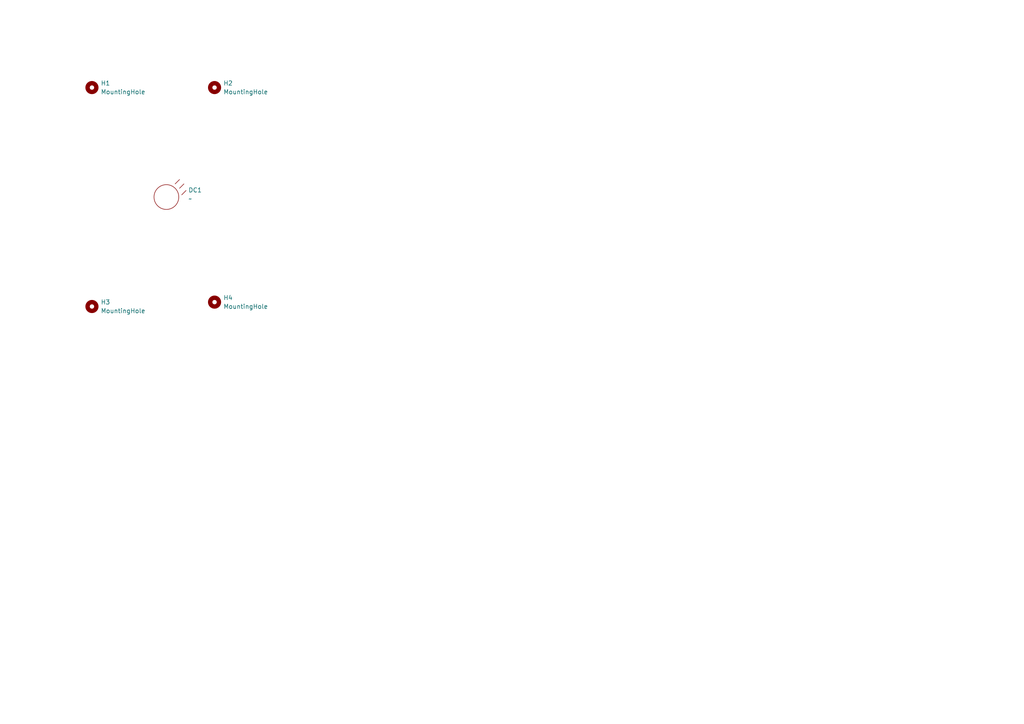
<source format=kicad_sch>
(kicad_sch (version 20250114) (generator "eeschema") (generator_version "9.0")
  (paper "A4")
  (lib_symbols
    (symbol "EUB_Passives:LED_Cutout"
      (property "Reference" "DC" (at 0 1.27 0))
      (symbol "LED_Cutout_0_1"
        (circle (center 0 1.27) (radius 3.5921))
        (polyline (pts (xy 2.54 5.08) (xy 3.81 6.35)))
        (polyline (pts (xy 3.81 3.81) (xy 5.08 5.08)))
        (polyline (pts (xy 4.445 1.905) (xy 5.715 3.175)))
      )
    )
    (symbol "Mechanical:MountingHole" (pin_names (offset 1.016)) (in_bom no)
      (property "Reference" "H" (at 0 5.08 0))
      (property "Value" "MountingHole" (at 0 3.175 0))
      (symbol "MountingHole_0_1"
        (circle (center 0 0) (radius 1.27) (stroke (width 1.27)))
      )
    )
  )
  (symbol (lib_id "Mechanical:MountingHole") (at 62.23 87.63 0) (unit 1) (in_bom no)
    (property "Reference" "H4" (at 64.77 86.3599 0) (effects (justify left)))
    (property "Value" "MountingHole" (at 64.77 88.8999 0) (effects (justify left)))
    (property "Footprint" "EUB_MountingHole:MountingHole_2.2mm_M2_jlcpcb" (effects (hide yes)))
    (property "Description" "Mounting Hole without connection" (effects (hide yes)))
  )
  (symbol (lib_id "Mechanical:MountingHole") (at 26.67 88.9 0) (unit 1) (in_bom no)
    (property "Reference" "H3" (at 29.21 87.6299 0) (effects (justify left)))
    (property "Value" "MountingHole" (at 29.21 90.1699 0) (effects (justify left)))
    (property "Footprint" "EUB_MountingHole:MountingHole_2.2mm_M2_jlcpcb" (effects (hide yes)))
    (property "Description" "Mounting Hole without connection" (effects (hide yes)))
  )
  (symbol (lib_id "EUB_Passives:LED_Cutout") (at 48.26 58.42 0) (unit 1)
    (property "Reference" "DC1" (at 54.61 55.1359 0) (effects (justify left)))
    (property "Value" "~" (at 54.61 57.6759 0) (effects (justify left)))
    (property "Footprint" "EUB_Passives:LED_D5.0mm THT Hole_top" (effects (hide yes)))
  )
  (symbol (lib_id "Mechanical:MountingHole") (at 62.23 25.4 0) (unit 1) (in_bom no)
    (property "Reference" "H2" (at 64.77 24.1299 0) (effects (justify left)))
    (property "Value" "MountingHole" (at 64.77 26.6699 0) (effects (justify left)))
    (property "Footprint" "EUB_MountingHole:MountingHole_2.2mm_M2_jlcpcb" (effects (hide yes)))
    (property "Description" "Mounting Hole without connection" (effects (hide yes)))
  )
  (symbol (lib_id "Mechanical:MountingHole") (at 26.67 25.4 0) (unit 1) (in_bom no)
    (property "Reference" "H1" (at 29.21 24.1299 0) (effects (justify left)))
    (property "Value" "MountingHole" (at 29.21 26.6699 0) (effects (justify left)))
    (property "Footprint" "EUB_MountingHole:MountingHole_2.2mm_M2_jlcpcb" (effects (hide yes)))
    (property "Description" "Mounting Hole without connection" (effects (hide yes)))
  )
)
</source>
